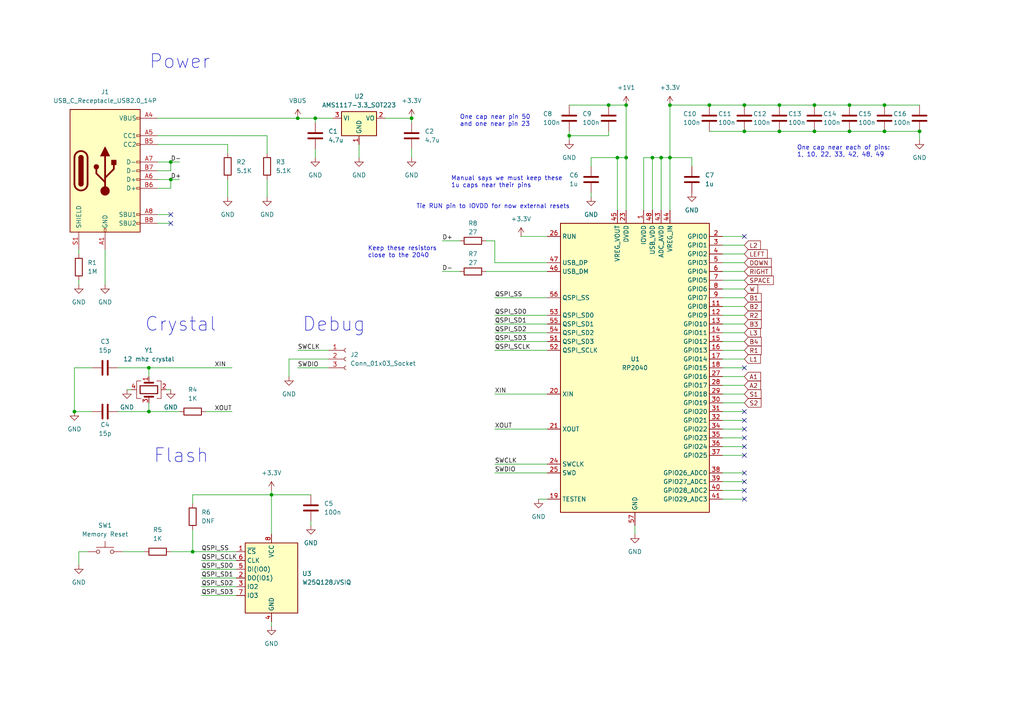
<source format=kicad_sch>
(kicad_sch (version 20231120) (generator "eeschema") (generator_version "8.0")
  (paper "A4")
  (lib_symbols
    (symbol "+3.3V_1" (power) (pin_numbers hide) (pin_names (offset 0) hide)
      (property "Value" "+3.3V" (at 0 3.556 0))
      (symbol "+3.3V_1_0_1"
        (polyline (pts (xy -0.762 1.27) (xy 0 2.54)))
        (polyline (pts (xy 0 0) (xy 0 2.54)))
        (polyline (pts (xy 0 2.54) (xy 0.762 1.27)))
      )
      (symbol "+3.3V_1_1_1"
        (pin power_in line (at 0 0 90) (length 0) (name "~") (number "1"))
      )
    )
    (symbol "Connector:Conn_01x03_Socket" (pin_names (offset 1.016) hide)
      (property "Reference" "J" (at 0 5.08 0))
      (property "Value" "Conn_01x03_Socket" (at 0 -5.08 0))
      (symbol "Conn_01x03_Socket_1_1"
        (arc (start 0 -2.032) (mid -0.5058 -2.54) (end 0 -3.048) (stroke (width 0.1524)))
        (polyline (pts (xy -1.27 -2.54) (xy -0.508 -2.54)) (stroke (width 0.1524)))
        (polyline (pts (xy -1.27 0) (xy -0.508 0)) (stroke (width 0.1524)))
        (polyline (pts (xy -1.27 2.54) (xy -0.508 2.54)) (stroke (width 0.1524)))
        (arc (start 0 0.508) (mid -0.5058 0) (end 0 -0.508) (stroke (width 0.1524)))
        (arc (start 0 3.048) (mid -0.5058 2.54) (end 0 2.032) (stroke (width 0.1524)))
        (pin passive line (at -5.08 2.54 0) (length 3.81) (name "Pin_1") (number "1"))
        (pin passive line (at -5.08 0 0) (length 3.81) (name "Pin_2") (number "2"))
        (pin passive line (at -5.08 -2.54 0) (length 3.81) (name "Pin_3") (number "3"))
      )
    )
    (symbol "Connector:USB_C_Receptacle_USB2.0_16P" (pin_names (offset 1.016))
      (property "Reference" "J" (at 0 22.225 0))
      (property "Value" "USB_C_Receptacle_USB2.0_16P" (at 0 19.685 0))
      (symbol "USB_C_Receptacle_USB2.0_16P_0_0"
        (rectangle (start -0.254 -17.78) (end 0.254 -16.764))
        (rectangle (start 10.16 -14.986) (end 9.144 -15.494))
        (rectangle (start 10.16 -12.446) (end 9.144 -12.954))
        (rectangle (start 10.16 -4.826) (end 9.144 -5.334))
        (rectangle (start 10.16 -2.286) (end 9.144 -2.794))
        (rectangle (start 10.16 0.254) (end 9.144 -0.254))
        (rectangle (start 10.16 2.794) (end 9.144 2.286))
        (rectangle (start 10.16 7.874) (end 9.144 7.366))
        (rectangle (start 10.16 10.414) (end 9.144 9.906))
        (rectangle (start 10.16 15.494) (end 9.144 14.986))
      )
      (symbol "USB_C_Receptacle_USB2.0_16P_0_1"
        (rectangle (start -10.16 17.78) (end 10.16 -17.78) (stroke (width 0.254)) (fill (type background)))
        (arc (start -8.89 -3.81) (mid -6.985 -5.7067) (end -5.08 -3.81) (stroke (width 0.508)))
        (arc (start -7.62 -3.81) (mid -6.985 -4.4423) (end -6.35 -3.81) (stroke (width 0.254)))
        (arc (start -7.62 -3.81) (mid -6.985 -4.4423) (end -6.35 -3.81) (stroke (width 0.254)) (fill (type outline)))
        (rectangle (start -7.62 -3.81) (end -6.35 3.81) (stroke (width 0.254)) (fill (type outline)))
        (arc (start -6.35 3.81) (mid -6.985 4.4423) (end -7.62 3.81) (stroke (width 0.254)))
        (arc (start -6.35 3.81) (mid -6.985 4.4423) (end -7.62 3.81) (stroke (width 0.254)) (fill (type outline)))
        (arc (start -5.08 3.81) (mid -6.985 5.7067) (end -8.89 3.81) (stroke (width 0.508)))
        (circle (center -2.54 1.143) (radius 0.635) (stroke (width 0.254)) (fill (type outline)))
        (circle (center 0 -5.842) (radius 1.27) (fill (type outline)))
        (polyline (pts (xy -8.89 -3.81) (xy -8.89 3.81)) (stroke (width 0.508)))
        (polyline (pts (xy -5.08 3.81) (xy -5.08 -3.81)) (stroke (width 0.508)))
        (polyline (pts (xy 0 -5.842) (xy 0 4.318)) (stroke (width 0.508)))
        (polyline (pts (xy 0 -3.302) (xy -2.54 -0.762) (xy -2.54 0.508)) (stroke (width 0.508)))
        (polyline (pts (xy 0 -2.032) (xy 2.54 0.508) (xy 2.54 1.778)) (stroke (width 0.508)))
        (polyline (pts (xy -1.27 4.318) (xy 0 6.858) (xy 1.27 4.318) (xy -1.27 4.318)) (stroke (width 0.254)) (fill (type outline)))
        (rectangle (start 1.905 1.778) (end 3.175 3.048) (stroke (width 0.254)) (fill (type outline)))
      )
      (symbol "USB_C_Receptacle_USB2.0_16P_1_1"
        (pin passive line (at 0 -22.86 90) (length 5.08) (name "GND") (number "A1"))
        (pin passive line (at 0 -22.86 90) (length 5.08) hide (name "GND") (number "A12"))
        (pin passive line (at 15.24 15.24 180) (length 5.08) (name "VBUS") (number "A4"))
        (pin bidirectional line (at 15.24 10.16 180) (length 5.08) (name "CC1") (number "A5"))
        (pin bidirectional line (at 15.24 -2.54 180) (length 5.08) (name "D+") (number "A6"))
        (pin bidirectional line (at 15.24 2.54 180) (length 5.08) (name "D-") (number "A7"))
        (pin bidirectional line (at 15.24 -12.7 180) (length 5.08) (name "SBU1") (number "A8"))
        (pin passive line (at 15.24 15.24 180) (length 5.08) hide (name "VBUS") (number "A9"))
        (pin passive line (at 0 -22.86 90) (length 5.08) hide (name "GND") (number "B1"))
        (pin passive line (at 0 -22.86 90) (length 5.08) hide (name "GND") (number "B12"))
        (pin passive line (at 15.24 15.24 180) (length 5.08) hide (name "VBUS") (number "B4"))
        (pin bidirectional line (at 15.24 7.62 180) (length 5.08) (name "CC2") (number "B5"))
        (pin bidirectional line (at 15.24 -5.08 180) (length 5.08) (name "D+") (number "B6"))
        (pin bidirectional line (at 15.24 0 180) (length 5.08) (name "D-") (number "B7"))
        (pin bidirectional line (at 15.24 -15.24 180) (length 5.08) (name "SBU2") (number "B8"))
        (pin passive line (at 15.24 15.24 180) (length 5.08) hide (name "VBUS") (number "B9"))
        (pin passive line (at -7.62 -22.86 90) (length 5.08) (name "SHIELD") (number "S1"))
      )
    )
    (symbol "Device:C" (pin_numbers hide) (pin_names (offset 0.254))
      (property "Reference" "C" (at 0.635 2.54 0))
      (property "Value" "C" (at 0.635 -2.54 0))
      (symbol "C_0_1"
        (polyline (pts (xy -2.032 -0.762) (xy 2.032 -0.762)) (stroke (width 0.508)))
        (polyline (pts (xy -2.032 0.762) (xy 2.032 0.762)) (stroke (width 0.508)))
      )
      (symbol "C_1_1"
        (pin passive line (at 0 3.81 270) (length 2.794) (name "~") (number "1"))
        (pin passive line (at 0 -3.81 90) (length 2.794) (name "~") (number "2"))
      )
    )
    (symbol "Device:Crystal_GND24" (pin_names (offset 1.016) hide)
      (property "Reference" "Y" (at 3.175 5.08 0))
      (property "Value" "Crystal_GND24" (at 3.175 3.175 0))
      (symbol "Crystal_GND24_0_1"
        (rectangle (start -1.143 2.54) (end 1.143 -2.54) (stroke (width 0.3048)))
        (polyline (pts (xy -2.54 0) (xy -2.032 0)))
        (polyline (pts (xy -2.032 -1.27) (xy -2.032 1.27)) (stroke (width 0.508)))
        (polyline (pts (xy 0 -3.81) (xy 0 -3.556)))
        (polyline (pts (xy 0 3.556) (xy 0 3.81)))
        (polyline (pts (xy 2.032 -1.27) (xy 2.032 1.27)) (stroke (width 0.508)))
        (polyline (pts (xy 2.032 0) (xy 2.54 0)))
        (polyline (pts (xy -2.54 -2.286) (xy -2.54 -3.556) (xy 2.54 -3.556) (xy 2.54 -2.286)))
        (polyline (pts (xy -2.54 2.286) (xy -2.54 3.556) (xy 2.54 3.556) (xy 2.54 2.286)))
      )
      (symbol "Crystal_GND24_1_1"
        (pin passive line (at -3.81 0 0) (length 1.27) (name "1") (number "1"))
        (pin passive line (at 0 5.08 270) (length 1.27) (name "2") (number "2"))
        (pin passive line (at 3.81 0 180) (length 1.27) (name "3") (number "3"))
        (pin passive line (at 0 -5.08 90) (length 1.27) (name "4") (number "4"))
      )
    )
    (symbol "Device:R" (pin_numbers hide) (pin_names (offset 0))
      (property "Reference" "R" (at 2.032 0 90))
      (property "Value" "R" (at 0 0 90))
      (symbol "R_0_1"
        (rectangle (start -1.016 -2.54) (end 1.016 2.54) (stroke (width 0.254)))
      )
      (symbol "R_1_1"
        (pin passive line (at 0 3.81 270) (length 1.27) (name "~") (number "1"))
        (pin passive line (at 0 -3.81 90) (length 1.27) (name "~") (number "2"))
      )
    )
    (symbol "MCU_RaspberryPi:RP2040"
      (property "Reference" "U" (at 17.78 45.72 0))
      (property "Value" "RP2040" (at 17.78 43.18 0))
      (symbol "RP2040_0_1"
        (rectangle (start -21.59 41.91) (end 21.59 -41.91) (stroke (width 0.254)) (fill (type background)))
      )
      (symbol "RP2040_1_1"
        (pin power_in line (at 2.54 45.72 270) (length 3.81) (name "IOVDD") (number "1"))
        (pin passive line (at 2.54 45.72 270) (length 3.81) hide (name "IOVDD") (number "10"))
        (pin bidirectional line (at 25.4 17.78 180) (length 3.81) (name "GPIO8") (number "11"))
        (pin bidirectional line (at 25.4 15.24 180) (length 3.81) (name "GPIO9") (number "12"))
        (pin bidirectional line (at 25.4 12.7 180) (length 3.81) (name "GPIO10") (number "13"))
        (pin bidirectional line (at 25.4 10.16 180) (length 3.81) (name "GPIO11") (number "14"))
        (pin bidirectional line (at 25.4 7.62 180) (length 3.81) (name "GPIO12") (number "15"))
        (pin bidirectional line (at 25.4 5.08 180) (length 3.81) (name "GPIO13") (number "16"))
        (pin bidirectional line (at 25.4 2.54 180) (length 3.81) (name "GPIO14") (number "17"))
        (pin bidirectional line (at 25.4 0 180) (length 3.81) (name "GPIO15") (number "18"))
        (pin input line (at -25.4 -38.1 0) (length 3.81) (name "TESTEN") (number "19"))
        (pin bidirectional line (at 25.4 38.1 180) (length 3.81) (name "GPIO0") (number "2"))
        (pin input line (at -25.4 -7.62 0) (length 3.81) (name "XIN") (number "20"))
        (pin passive line (at -25.4 -17.78 0) (length 3.81) (name "XOUT") (number "21"))
        (pin passive line (at 2.54 45.72 270) (length 3.81) hide (name "IOVDD") (number "22"))
        (pin power_in line (at -2.54 45.72 270) (length 3.81) (name "DVDD") (number "23"))
        (pin input line (at -25.4 -27.94 0) (length 3.81) (name "SWCLK") (number "24"))
        (pin bidirectional line (at -25.4 -30.48 0) (length 3.81) (name "SWD") (number "25"))
        (pin input line (at -25.4 38.1 0) (length 3.81) (name "RUN") (number "26"))
        (pin bidirectional line (at 25.4 -2.54 180) (length 3.81) (name "GPIO16") (number "27"))
        (pin bidirectional line (at 25.4 -5.08 180) (length 3.81) (name "GPIO17") (number "28"))
        (pin bidirectional line (at 25.4 -7.62 180) (length 3.81) (name "GPIO18") (number "29"))
        (pin bidirectional line (at 25.4 35.56 180) (length 3.81) (name "GPIO1") (number "3"))
        (pin bidirectional line (at 25.4 -10.16 180) (length 3.81) (name "GPIO19") (number "30"))
        (pin bidirectional line (at 25.4 -12.7 180) (length 3.81) (name "GPIO20") (number "31"))
        (pin bidirectional line (at 25.4 -15.24 180) (length 3.81) (name "GPIO21") (number "32"))
        (pin passive line (at 2.54 45.72 270) (length 3.81) hide (name "IOVDD") (number "33"))
        (pin bidirectional line (at 25.4 -17.78 180) (length 3.81) (name "GPIO22") (number "34"))
        (pin bidirectional line (at 25.4 -20.32 180) (length 3.81) (name "GPIO23") (number "35"))
        (pin bidirectional line (at 25.4 -22.86 180) (length 3.81) (name "GPIO24") (number "36"))
        (pin bidirectional line (at 25.4 -25.4 180) (length 3.81) (name "GPIO25") (number "37"))
        (pin bidirectional line (at 25.4 -30.48 180) (length 3.81) (name "GPIO26_ADC0") (number "38"))
        (pin bidirectional line (at 25.4 -33.02 180) (length 3.81) (name "GPIO27_ADC1") (number "39"))
        (pin bidirectional line (at 25.4 33.02 180) (length 3.81) (name "GPIO2") (number "4"))
        (pin bidirectional line (at 25.4 -35.56 180) (length 3.81) (name "GPIO28_ADC2") (number "40"))
        (pin bidirectional line (at 25.4 -38.1 180) (length 3.81) (name "GPIO29_ADC3") (number "41"))
        (pin passive line (at 2.54 45.72 270) (length 3.81) hide (name "IOVDD") (number "42"))
        (pin power_in line (at 7.62 45.72 270) (length 3.81) (name "ADC_AVDD") (number "43"))
        (pin power_in line (at 10.16 45.72 270) (length 3.81) (name "VREG_IN") (number "44"))
        (pin power_out line (at -5.08 45.72 270) (length 3.81) (name "VREG_VOUT") (number "45"))
        (pin bidirectional line (at -25.4 27.94 0) (length 3.81) (name "USB_DM") (number "46"))
        (pin bidirectional line (at -25.4 30.48 0) (length 3.81) (name "USB_DP") (number "47"))
        (pin power_in line (at 5.08 45.72 270) (length 3.81) (name "USB_VDD") (number "48"))
        (pin passive line (at 2.54 45.72 270) (length 3.81) hide (name "IOVDD") (number "49"))
        (pin bidirectional line (at 25.4 30.48 180) (length 3.81) (name "GPIO3") (number "5"))
        (pin passive line (at -2.54 45.72 270) (length 3.81) hide (name "DVDD") (number "50"))
        (pin bidirectional line (at -25.4 7.62 0) (length 3.81) (name "QSPI_SD3") (number "51"))
        (pin output line (at -25.4 5.08 0) (length 3.81) (name "QSPI_SCLK") (number "52"))
        (pin bidirectional line (at -25.4 15.24 0) (length 3.81) (name "QSPI_SD0") (number "53"))
        (pin bidirectional line (at -25.4 10.16 0) (length 3.81) (name "QSPI_SD2") (number "54"))
        (pin bidirectional line (at -25.4 12.7 0) (length 3.81) (name "QSPI_SD1") (number "55"))
        (pin bidirectional line (at -25.4 20.32 0) (length 3.81) (name "QSPI_SS") (number "56"))
        (pin power_in line (at 0 -45.72 90) (length 3.81) (name "GND") (number "57"))
        (pin bidirectional line (at 25.4 27.94 180) (length 3.81) (name "GPIO4") (number "6"))
        (pin bidirectional line (at 25.4 25.4 180) (length 3.81) (name "GPIO5") (number "7"))
        (pin bidirectional line (at 25.4 22.86 180) (length 3.81) (name "GPIO6") (number "8"))
        (pin bidirectional line (at 25.4 20.32 180) (length 3.81) (name "GPIO7") (number "9"))
      )
    )
    (symbol "Memory_Flash:W25Q32JVSS"
      (property "Reference" "U" (at -6.35 11.43 0))
      (property "Value" "W25Q32JVSS" (at 7.62 11.43 0))
      (symbol "W25Q32JVSS_0_1"
        (rectangle (start -7.62 10.16) (end 7.62 -10.16) (stroke (width 0.254)) (fill (type background)))
      )
      (symbol "W25Q32JVSS_1_1"
        (pin input line (at -10.16 7.62 0) (length 2.54) (name "~{CS}") (number "1"))
        (pin bidirectional line (at -10.16 0 0) (length 2.54) (name "DO(IO1)") (number "2"))
        (pin bidirectional line (at -10.16 -2.54 0) (length 2.54) (name "IO2") (number "3"))
        (pin power_in line (at 0 -12.7 90) (length 2.54) (name "GND") (number "4"))
        (pin bidirectional line (at -10.16 2.54 0) (length 2.54) (name "DI(IO0)") (number "5"))
        (pin input line (at -10.16 5.08 0) (length 2.54) (name "CLK") (number "6"))
        (pin bidirectional line (at -10.16 -5.08 0) (length 2.54) (name "IO3") (number "7"))
        (pin power_in line (at 0 12.7 270) (length 2.54) (name "VCC") (number "8"))
      )
    )
    (symbol "Regulator_Linear:NCP1117-3.3_SOT223"
      (property "Reference" "U" (at -3.81 3.175 0))
      (property "Value" "NCP1117-3.3_SOT223" (at 0 3.175 0))
      (symbol "NCP1117-3.3_SOT223_0_1"
        (rectangle (start -5.08 -5.08) (end 5.08 1.905) (stroke (width 0.254)) (fill (type background)))
      )
      (symbol "NCP1117-3.3_SOT223_1_1"
        (pin power_in line (at 0 -7.62 90) (length 2.54) (name "GND") (number "1"))
        (pin power_out line (at 7.62 0 180) (length 2.54) (name "VO") (number "2"))
        (pin power_in line (at -7.62 0 0) (length 2.54) (name "VI") (number "3"))
      )
    )
    (symbol "Switch:SW_Push" (pin_numbers hide) (pin_names (offset 1.016) hide)
      (property "Reference" "SW" (at 1.27 2.54 0))
      (property "Value" "SW_Push" (at 0 -1.524 0))
      (symbol "SW_Push_0_1"
        (circle (center -2.032 0) (radius 0.508))
        (polyline (pts (xy 0 1.27) (xy 0 3.048)))
        (polyline (pts (xy 2.54 1.27) (xy -2.54 1.27)))
        (circle (center 2.032 0) (radius 0.508))
        (pin passive line (at -5.08 0 0) (length 2.54) (name "1") (number "1"))
        (pin passive line (at 5.08 0 180) (length 2.54) (name "2") (number "2"))
      )
    )
    (symbol "power:+1V1" (power) (pin_names (offset 0))
      (property "Value" "+1V1" (at 0 3.556 0))
      (symbol "+1V1_0_1"
        (polyline (pts (xy -0.762 1.27) (xy 0 2.54)))
        (polyline (pts (xy 0 0) (xy 0 2.54)))
        (polyline (pts (xy 0 2.54) (xy 0.762 1.27)))
      )
      (symbol "+1V1_1_1"
        (pin power_in line (at 0 0 90) (length 0) hide (name "+1V1") (number "1"))
      )
    )
    (symbol "power:+3.3V" (power) (pin_names (offset 0))
      (property "Value" "+3.3V" (at 0 3.556 0))
      (symbol "+3.3V_0_1"
        (polyline (pts (xy -0.762 1.27) (xy 0 2.54)))
        (polyline (pts (xy 0 0) (xy 0 2.54)))
        (polyline (pts (xy 0 2.54) (xy 0.762 1.27)))
      )
      (symbol "+3.3V_1_1"
        (pin power_in line (at 0 0 90) (length 0) hide (name "+3.3V") (number "1"))
      )
    )
    (symbol "power:GND" (power) (pin_names (offset 0))
      (property "Value" "GND" (at 0 -3.81 0))
      (symbol "GND_0_1"
        (polyline (pts (xy 0 0) (xy 0 -1.27) (xy 1.27 -1.27) (xy 0 -2.54) (xy -1.27 -1.27) (xy 0 -1.27)))
      )
      (symbol "GND_1_1"
        (pin power_in line (at 0 0 270) (length 0) hide (name "GND") (number "1"))
      )
    )
    (symbol "power:VBUS" (power) (pin_names (offset 0))
      (property "Value" "VBUS" (at 0 3.81 0))
      (symbol "VBUS_0_1"
        (polyline (pts (xy -0.762 1.27) (xy 0 2.54)))
        (polyline (pts (xy 0 0) (xy 0 2.54)))
        (polyline (pts (xy 0 2.54) (xy 0.762 1.27)))
      )
      (symbol "VBUS_1_1"
        (pin power_in line (at 0 0 90) (length 0) hide (name "VBUS") (number "1"))
      )
    )
  )
  (junction (at 181.61 30.48))
  (junction (at 236.22 38.1))
  (junction (at 194.31 45.72))
  (junction (at 266.7 38.1))
  (junction (at 49.53 46.99))
  (junction (at 246.38 30.48))
  (junction (at 181.61 45.72))
  (junction (at 226.06 30.48))
  (junction (at 21.59 119.38))
  (junction (at 91.44 34.29))
  (junction (at 191.77 45.72))
  (junction (at 179.07 45.72))
  (junction (at 256.54 38.1))
  (junction (at 226.06 38.1))
  (junction (at 205.74 30.48))
  (junction (at 246.38 38.1))
  (junction (at 194.31 30.48))
  (junction (at 236.22 30.48))
  (junction (at 43.18 119.38))
  (junction (at 86.36 34.29))
  (junction (at 189.23 45.72))
  (junction (at 119.38 34.29))
  (junction (at 49.53 52.07))
  (junction (at 55.88 160.02))
  (junction (at 176.53 30.48))
  (junction (at 215.9 30.48))
  (junction (at 78.74 143.51))
  (junction (at 215.9 38.1))
  (junction (at 43.18 106.68))
  (junction (at 256.54 30.48))
  (junction (at 165.1 39.37))
  (no_connect (at 215.9 144.78))
  (no_connect (at 49.53 64.77))
  (no_connect (at 215.9 139.7))
  (no_connect (at 215.9 129.54))
  (no_connect (at 215.9 124.46))
  (no_connect (at 215.9 106.68))
  (no_connect (at 215.9 142.24))
  (no_connect (at 215.9 121.92))
  (no_connect (at 215.9 127))
  (no_connect (at 215.9 132.08))
  (no_connect (at 215.9 137.16))
  (no_connect (at 215.9 68.58))
  (no_connect (at 215.9 119.38))
  (no_connect (at 49.53 62.23))
  (wire (pts (xy 246.38 30.48) (xy 256.54 30.48)))
  (wire (pts (xy 209.55 139.7) (xy 215.9 139.7)))
  (wire (pts (xy 58.42 167.64) (xy 68.58 167.64)))
  (wire (pts (xy 165.1 39.37) (xy 165.1 40.64)))
  (wire (pts (xy 143.51 134.62) (xy 158.75 134.62)))
  (wire (pts (xy 119.38 35.56) (xy 119.38 34.29)))
  (wire (pts (xy 78.74 180.34) (xy 78.74 181.61)))
  (wire (pts (xy 143.51 86.36) (xy 158.75 86.36)))
  (wire (pts (xy 34.29 106.68) (xy 43.18 106.68)))
  (wire (pts (xy 49.53 49.53) (xy 49.53 46.99)))
  (wire (pts (xy 176.53 38.1) (xy 176.53 39.37)))
  (wire (pts (xy 86.36 34.29) (xy 91.44 34.29)))
  (wire (pts (xy 104.14 41.91) (xy 104.14 45.72)))
  (wire (pts (xy 91.44 43.18) (xy 91.44 45.72)))
  (wire (pts (xy 143.51 114.3) (xy 158.75 114.3)))
  (wire (pts (xy 209.55 101.6) (xy 215.9 101.6)))
  (wire (pts (xy 140.97 78.74) (xy 158.75 78.74)))
  (wire (pts (xy 189.23 45.72) (xy 191.77 45.72)))
  (wire (pts (xy 45.72 54.61) (xy 49.53 54.61)))
  (wire (pts (xy 143.51 99.06) (xy 158.75 99.06)))
  (wire (pts (xy 158.75 76.2) (xy 143.51 76.2)))
  (wire (pts (xy 45.72 49.53) (xy 49.53 49.53)))
  (wire (pts (xy 128.27 69.85) (xy 133.35 69.85)))
  (wire (pts (xy 45.72 64.77) (xy 49.53 64.77)))
  (wire (pts (xy 77.47 52.07) (xy 77.47 57.15)))
  (wire (pts (xy 156.21 144.78) (xy 158.75 144.78)))
  (wire (pts (xy 34.29 119.38) (xy 43.18 119.38)))
  (wire (pts (xy 209.55 119.38) (xy 215.9 119.38)))
  (wire (pts (xy 209.55 144.78) (xy 215.9 144.78)))
  (wire (pts (xy 256.54 38.1) (xy 266.7 38.1)))
  (wire (pts (xy 194.31 45.72) (xy 194.31 60.96)))
  (wire (pts (xy 209.55 104.14) (xy 215.9 104.14)))
  (wire (pts (xy 209.55 71.12) (xy 215.9 71.12)))
  (wire (pts (xy 43.18 119.38) (xy 52.07 119.38)))
  (wire (pts (xy 66.04 52.07) (xy 66.04 57.15)))
  (wire (pts (xy 45.72 52.07) (xy 49.53 52.07)))
  (wire (pts (xy 91.44 34.29) (xy 91.44 35.56)))
  (wire (pts (xy 209.55 111.76) (xy 215.9 111.76)))
  (wire (pts (xy 209.55 121.92) (xy 215.9 121.92)))
  (wire (pts (xy 186.69 45.72) (xy 189.23 45.72)))
  (wire (pts (xy 209.55 106.68) (xy 215.9 106.68)))
  (wire (pts (xy 95.25 104.14) (xy 83.82 104.14)))
  (wire (pts (xy 119.38 43.18) (xy 119.38 45.72)))
  (wire (pts (xy 66.04 41.91) (xy 66.04 44.45)))
  (wire (pts (xy 194.31 30.48) (xy 194.31 45.72)))
  (wire (pts (xy 209.55 73.66) (xy 215.9 73.66)))
  (wire (pts (xy 45.72 39.37) (xy 77.47 39.37)))
  (wire (pts (xy 181.61 30.48) (xy 181.61 45.72)))
  (wire (pts (xy 181.61 45.72) (xy 181.61 60.96)))
  (wire (pts (xy 35.56 160.02) (xy 41.91 160.02)))
  (wire (pts (xy 209.55 68.58) (xy 215.9 68.58)))
  (wire (pts (xy 209.55 109.22) (xy 215.9 109.22)))
  (wire (pts (xy 143.51 93.98) (xy 158.75 93.98)))
  (wire (pts (xy 194.31 45.72) (xy 200.66 45.72)))
  (wire (pts (xy 143.51 137.16) (xy 158.75 137.16)))
  (wire (pts (xy 209.55 86.36) (xy 215.9 86.36)))
  (wire (pts (xy 209.55 78.74) (xy 215.9 78.74)))
  (wire (pts (xy 143.51 69.85) (xy 143.51 76.2)))
  (wire (pts (xy 143.51 101.6) (xy 158.75 101.6)))
  (wire (pts (xy 165.1 39.37) (xy 176.53 39.37)))
  (wire (pts (xy 179.07 45.72) (xy 179.07 60.96)))
  (wire (pts (xy 226.06 38.1) (xy 236.22 38.1)))
  (wire (pts (xy 209.55 81.28) (xy 215.9 81.28)))
  (wire (pts (xy 209.55 83.82) (xy 215.9 83.82)))
  (wire (pts (xy 78.74 142.24) (xy 78.74 143.51)))
  (wire (pts (xy 151.13 68.58) (xy 158.75 68.58)))
  (wire (pts (xy 256.54 30.48) (xy 266.7 30.48)))
  (wire (pts (xy 189.23 45.72) (xy 189.23 60.96)))
  (wire (pts (xy 209.55 114.3) (xy 215.9 114.3)))
  (wire (pts (xy 45.72 46.99) (xy 49.53 46.99)))
  (wire (pts (xy 21.59 106.68) (xy 26.67 106.68)))
  (wire (pts (xy 83.82 104.14) (xy 83.82 109.22)))
  (wire (pts (xy 49.53 54.61) (xy 49.53 52.07)))
  (wire (pts (xy 43.18 119.38) (xy 43.18 116.84)))
  (wire (pts (xy 215.9 38.1) (xy 226.06 38.1)))
  (wire (pts (xy 158.75 124.46) (xy 143.51 124.46)))
  (wire (pts (xy 165.1 30.48) (xy 176.53 30.48)))
  (wire (pts (xy 215.9 30.48) (xy 226.06 30.48)))
  (wire (pts (xy 22.86 160.02) (xy 25.4 160.02)))
  (wire (pts (xy 49.53 46.99) (xy 52.07 46.99)))
  (wire (pts (xy 184.15 152.4) (xy 184.15 154.94)))
  (wire (pts (xy 22.86 81.28) (xy 22.86 82.55)))
  (wire (pts (xy 209.55 99.06) (xy 215.9 99.06)))
  (wire (pts (xy 128.27 78.74) (xy 133.35 78.74)))
  (wire (pts (xy 21.59 119.38) (xy 26.67 119.38)))
  (wire (pts (xy 179.07 45.72) (xy 171.45 45.72)))
  (wire (pts (xy 91.44 34.29) (xy 96.52 34.29)))
  (wire (pts (xy 48.26 113.03) (xy 49.53 113.03)))
  (wire (pts (xy 266.7 38.1) (xy 266.7 40.64)))
  (wire (pts (xy 78.74 143.51) (xy 78.74 154.94)))
  (wire (pts (xy 209.55 116.84) (xy 215.9 116.84)))
  (wire (pts (xy 45.72 62.23) (xy 49.53 62.23)))
  (wire (pts (xy 30.48 72.39) (xy 30.48 82.55)))
  (wire (pts (xy 58.42 165.1) (xy 68.58 165.1)))
  (wire (pts (xy 181.61 45.72) (xy 179.07 45.72)))
  (wire (pts (xy 209.55 88.9) (xy 215.9 88.9)))
  (wire (pts (xy 36.83 113.03) (xy 38.1 113.03)))
  (wire (pts (xy 49.53 52.07) (xy 52.07 52.07)))
  (wire (pts (xy 209.55 76.2) (xy 215.9 76.2)))
  (wire (pts (xy 209.55 142.24) (xy 215.9 142.24)))
  (wire (pts (xy 49.53 160.02) (xy 55.88 160.02)))
  (wire (pts (xy 45.72 34.29) (xy 86.36 34.29)))
  (wire (pts (xy 143.51 91.44) (xy 158.75 91.44)))
  (wire (pts (xy 143.51 96.52) (xy 158.75 96.52)))
  (wire (pts (xy 140.97 69.85) (xy 143.51 69.85)))
  (wire (pts (xy 55.88 143.51) (xy 78.74 143.51)))
  (wire (pts (xy 191.77 45.72) (xy 194.31 45.72)))
  (wire (pts (xy 209.55 93.98) (xy 215.9 93.98)))
  (wire (pts (xy 209.55 124.46) (xy 215.9 124.46)))
  (wire (pts (xy 90.17 151.13) (xy 90.17 152.4)))
  (wire (pts (xy 22.86 160.02) (xy 22.86 163.83)))
  (wire (pts (xy 209.55 132.08) (xy 215.9 132.08)))
  (wire (pts (xy 58.42 172.72) (xy 68.58 172.72)))
  (wire (pts (xy 236.22 38.1) (xy 246.38 38.1)))
  (wire (pts (xy 43.18 106.68) (xy 43.18 109.22)))
  (wire (pts (xy 43.18 106.68) (xy 67.31 106.68)))
  (wire (pts (xy 236.22 30.48) (xy 246.38 30.48)))
  (wire (pts (xy 165.1 38.1) (xy 165.1 39.37)))
  (wire (pts (xy 226.06 30.48) (xy 236.22 30.48)))
  (wire (pts (xy 186.69 60.96) (xy 186.69 45.72)))
  (wire (pts (xy 21.59 119.38) (xy 21.59 106.68)))
  (wire (pts (xy 45.72 41.91) (xy 66.04 41.91)))
  (wire (pts (xy 55.88 146.05) (xy 55.88 143.51)))
  (wire (pts (xy 58.42 162.56) (xy 68.58 162.56)))
  (wire (pts (xy 58.42 170.18) (xy 68.58 170.18)))
  (wire (pts (xy 22.86 72.39) (xy 22.86 73.66)))
  (wire (pts (xy 209.55 127) (xy 215.9 127)))
  (wire (pts (xy 86.36 101.6) (xy 95.25 101.6)))
  (wire (pts (xy 200.66 48.26) (xy 200.66 45.72)))
  (wire (pts (xy 55.88 160.02) (xy 68.58 160.02)))
  (wire (pts (xy 209.55 137.16) (xy 215.9 137.16)))
  (wire (pts (xy 55.88 153.67) (xy 55.88 160.02)))
  (wire (pts (xy 171.45 55.88) (xy 171.45 57.15)))
  (wire (pts (xy 86.36 106.68) (xy 95.25 106.68)))
  (wire (pts (xy 246.38 38.1) (xy 256.54 38.1)))
  (wire (pts (xy 176.53 30.48) (xy 181.61 30.48)))
  (wire (pts (xy 78.74 143.51) (xy 90.17 143.51)))
  (wire (pts (xy 205.74 30.48) (xy 215.9 30.48)))
  (wire (pts (xy 191.77 45.72) (xy 191.77 60.96)))
  (wire (pts (xy 209.55 91.44) (xy 215.9 91.44)))
  (wire (pts (xy 59.69 119.38) (xy 67.31 119.38)))
  (wire (pts (xy 194.31 30.48) (xy 205.74 30.48)))
  (wire (pts (xy 171.45 45.72) (xy 171.45 48.26)))
  (wire (pts (xy 209.55 96.52) (xy 215.9 96.52)))
  (wire (pts (xy 209.55 129.54) (xy 215.9 129.54)))
  (wire (pts (xy 205.74 38.1) (xy 215.9 38.1)))
  (wire (pts (xy 77.47 39.37) (xy 77.47 44.45)))
  (wire (pts (xy 111.76 34.29) (xy 119.38 34.29)))
  (text "Crystal" (at 41.91 96.52 0) (effects (font (size 4 4)) (justify left bottom)))
  (text "Keep these resistors\nclose to the 2040" (at 106.68 74.93 0) (effects (font (size 1.27 1.27)) (justify left bottom)))
  (text "Flash" (at 44.45 134.62 0) (effects (font (size 4 4)) (justify left bottom)))
  (text "Tie RUN pin to IOVDD for now external resets" (at 143.002 59.944 0) (effects (font (size 1.27 1.27))))
  (text "Debug" (at 87.63 96.52 0) (effects (font (size 4 4)) (justify left bottom)))
  (text "One cap near each of pins:\n1, 10, 22, 33, 42, 48, 49" (at 231.14 45.72 0) (effects (font (size 1.27 1.27)) (justify left bottom)))
  (text "Manual says we must keep these \n1u caps near their pins" (at 130.81 54.61 0) (effects (font (size 1.27 1.27)) (justify left bottom)))
  (text "One cap near pin 50\nand one near pin 23" (at 133.35 36.83 0) (effects (font (size 1.27 1.27)) (justify left bottom)))
  (text "Power" (at 43.18 20.32 0) (effects (font (size 4 4)) (justify left bottom)))
  (label "QSPI_SS" (at 143.51 86.36 0))
  (label "D+" (at 49.53 52.07 0))
  (label "SWCLK" (at 143.51 134.62 0))
  (label "QSPI_SD0" (at 143.51 91.44 0))
  (label "QSPI_SS" (at 58.42 160.02 0))
  (label "D-" (at 49.53 46.99 0))
  (label "QSPI_SD2" (at 58.42 170.18 0))
  (label "QSPI_SD1" (at 58.42 167.64 0))
  (label "XIN" (at 62.23 106.68 0))
  (label "QSPI_SD2" (at 143.51 96.52 0))
  (label "SWDIO" (at 143.51 137.16 0))
  (label "XOUT" (at 62.23 119.38 0))
  (label "SWDIO" (at 86.36 106.68 0))
  (label "QSPI_SD0" (at 58.42 165.1 0))
  (label "D+" (at 128.27 69.85 0))
  (label "QSPI_SCLK" (at 58.42 162.56 0))
  (label "XIN" (at 143.51 114.3 0))
  (label "SWCLK" (at 86.36 101.6 0))
  (label "QSPI_SCLK" (at 143.51 101.6 0))
  (label "QSPI_SD3" (at 58.42 172.72 0))
  (label "D-" (at 128.27 78.74 0))
  (label "QSPI_SD1" (at 143.51 93.98 0))
  (label "XOUT" (at 143.51 124.46 0))
  (label "QSPI_SD3" (at 143.51 99.06 0))
  (global_label "L2" (shape input) (at 215.9 71.12 0) (property "Intersheetrefs" "${INTERSHEET_REFS}" (effects (hide yes))))
  (global_label "B1" (shape input) (at 215.9 86.36 0) (property "Intersheetrefs" "${INTERSHEET_REFS}" (effects (hide yes))))
  (global_label "A2" (shape input) (at 215.9 111.76 0) (property "Intersheetrefs" "${INTERSHEET_REFS}" (effects (hide yes))))
  (global_label "L3" (shape input) (at 215.9 96.52 0) (property "Intersheetrefs" "${INTERSHEET_REFS}" (effects (hide yes))))
  (global_label "S2" (shape input) (at 215.9 116.84 0) (property "Intersheetrefs" "${INTERSHEET_REFS}" (effects (hide yes))))
  (global_label "B4" (shape input) (at 215.9 99.06 0) (property "Intersheetrefs" "${INTERSHEET_REFS}" (effects (hide yes))))
  (global_label "A1" (shape input) (at 215.9 109.22 0) (property "Intersheetrefs" "${INTERSHEET_REFS}" (effects (hide yes))))
  (global_label "R2" (shape input) (at 215.9 91.44 0) (property "Intersheetrefs" "${INTERSHEET_REFS}" (effects (hide yes))))
  (global_label "RIGHT" (shape input) (at 215.9 78.74 0) (property "Intersheetrefs" "${INTERSHEET_REFS}" (effects (hide yes))))
  (global_label "B2" (shape input) (at 215.9 88.9 0) (property "Intersheetrefs" "${INTERSHEET_REFS}" (effects (hide yes))))
  (global_label "SPACE" (shape input) (at 215.9 81.28 0) (property "Intersheetrefs" "${INTERSHEET_REFS}" (effects (hide yes))))
  (global_label "W" (shape input) (at 215.9 83.82 0) (property "Intersheetrefs" "${INTERSHEET_REFS}" (effects (hide yes))))
  (global_label "B3" (shape input) (at 215.9 93.98 0) (property "Intersheetrefs" "${INTERSHEET_REFS}" (effects (hide yes))))
  (global_label "DOWN" (shape input) (at 215.9 76.2 0) (property "Intersheetrefs" "${INTERSHEET_REFS}" (effects (hide yes))))
  (global_label "R1" (shape input) (at 215.9 101.6 0) (property "Intersheetrefs" "${INTERSHEET_REFS}" (effects (hide yes))))
  (global_label "LEFT" (shape input) (at 215.9 73.66 0) (property "Intersheetrefs" "${INTERSHEET_REFS}" (effects (hide yes))))
  (global_label "S1" (shape input) (at 215.9 114.3 0) (property "Intersheetrefs" "${INTERSHEET_REFS}" (effects (hide yes))))
  (global_label "L1" (shape input) (at 215.9 104.14 0) (property "Intersheetrefs" "${INTERSHEET_REFS}" (effects (hide yes))))
  (symbol (lib_id "power:+3.3V") (at 119.38 34.29 0) (unit 1)
    (property "Reference" "#PWR05" (effects (hide yes)))
    (property "Value" "+3.3V" (at 119.38 29.21 0))
  )
  (symbol (lib_id "power:GND") (at 22.86 82.55 0) (unit 1)
    (property "Reference" "#PWR06" (effects (hide yes)))
    (property "Value" "GND" (at 22.86 87.63 0))
  )
  (symbol (lib_id "power:+3.3V") (at 78.74 142.24 0) (unit 1)
    (property "Reference" "#PWR015" (effects (hide yes)))
    (property "Value" "+3.3V" (at 78.74 137.16 0))
  )
  (symbol (lib_id "power:GND") (at 90.17 152.4 0) (unit 1)
    (property "Reference" "#PWR014" (effects (hide yes)))
    (property "Value" "GND" (at 90.17 157.48 0))
  )
  (symbol (lib_id "power:GND") (at 171.45 57.15 0) (unit 1)
    (property "Reference" "#PWR020" (effects (hide yes)))
    (property "Value" "GND" (at 171.45 62.23 0))
  )
  (symbol (lib_id "power:GND") (at 156.21 144.78 0) (unit 1)
    (property "Reference" "#PWR017" (effects (hide yes)))
    (property "Value" "GND" (at 156.21 149.86 0))
  )
  (symbol (lib_id "Device:R") (at 22.86 77.47 0) (unit 1)
    (property "Reference" "R1" (at 25.4 76.2 0) (effects (justify left)))
    (property "Value" "1M" (at 25.4 78.74 0) (effects (justify left)))
    (property "Footprint" "Resistor_SMD:R_0402_1005Metric" (effects (hide yes)))
    (property "LCSC" "C26083" (effects (hide yes)))
  )
  (symbol (lib_id "Device:C") (at 91.44 39.37 0) (unit 1)
    (property "Reference" "C1" (at 95.25 38.1 0) (effects (justify left)))
    (property "Value" "4.7u" (at 95.25 40.64 0) (effects (justify left)))
    (property "Footprint" "Capacitor_SMD:C_0402_1005Metric" (effects (hide yes)))
    (property "LCSC" "C15525" (effects (hide yes)))
  )
  (symbol (lib_id "power:GND") (at 165.1 40.64 0) (unit 1)
    (property "Reference" "#PWR023" (effects (hide yes)))
    (property "Value" "GND" (at 165.1 45.72 0))
  )
  (symbol (lib_id "Device:C") (at 205.74 34.29 0) (unit 1)
    (property "Reference" "C10" (at 198.12 33.02 0) (effects (justify left)))
    (property "Value" "100n" (at 198.12 35.56 0) (effects (justify left)))
    (property "Footprint" "Capacitor_SMD:C_0402_1005Metric" (effects (hide yes)))
    (property "LCSC" "C1525" (effects (hide yes)))
  )
  (symbol (lib_id "Device:R") (at 137.16 69.85 90) (unit 1)
    (property "Reference" "R8" (at 137.16 64.77 90))
    (property "Value" "27" (at 137.16 67.31 90))
    (property "Footprint" "Resistor_SMD:R_0603_1608Metric" (effects (hide yes)))
    (property "LCSC" "C25190" (effects (hide yes)))
  )
  (symbol (lib_id "Device:Crystal_GND24") (at 43.18 113.03 270) (unit 1)
    (property "Reference" "Y1" (at 43.18 101.6 90))
    (property "Value" "12 mhz crystal" (at 43.18 104.14 90))
    (property "Footprint" "Crystal:Crystal_SMD_3225-4Pin_3.2x2.5mm" (effects (hide yes)))
    (property "LCSC" "C9002" (effects (hide yes)))
  )
  (symbol (lib_id "Device:C") (at 246.38 34.29 0) (unit 1)
    (property "Reference" "C14" (at 238.76 33.02 0) (effects (justify left)))
    (property "Value" "100n" (at 238.76 35.56 0) (effects (justify left)))
    (property "Footprint" "Capacitor_SMD:C_0402_1005Metric" (effects (hide yes)))
    (property "LCSC" "C1525" (effects (hide yes)))
  )
  (symbol (lib_id "power:VBUS") (at 86.36 34.29 0) (unit 1)
    (property "Reference" "#PWR04" (effects (hide yes)))
    (property "Value" "VBUS" (at 86.36 29.21 0))
  )
  (symbol (lib_id "Device:C") (at 30.48 106.68 90) (unit 1)
    (property "Reference" "C3" (at 30.48 99.06 90))
    (property "Value" "15p" (at 30.48 101.6 90))
    (property "Footprint" "Capacitor_SMD:C_0402_1005Metric" (effects (hide yes)))
    (property "LCSC" "C1548" (effects (hide yes)))
  )
  (symbol (lib_id "Device:C") (at 200.66 52.07 0) (unit 1)
    (property "Reference" "C7" (at 204.47 50.8 0) (effects (justify left)))
    (property "Value" "1u" (at 204.47 53.34 0) (effects (justify left)))
    (property "Footprint" "Capacitor_SMD:C_0402_1005Metric" (effects (hide yes)))
    (property "LCSC" "C52923" (effects (hide yes)))
  )
  (symbol (lib_id "Device:C") (at 90.17 147.32 0) (unit 1)
    (property "Reference" "C5" (at 93.98 146.05 0) (effects (justify left)))
    (property "Value" "100n" (at 93.98 148.59 0) (effects (justify left)))
    (property "Footprint" "Capacitor_SMD:C_0402_1005Metric" (effects (hide yes)))
    (property "LCSC" "C1525" (effects (hide yes)))
  )
  (symbol (lib_id "power:GND") (at 21.59 119.38 0) (unit 1)
    (property "Reference" "#PWR010" (effects (hide yes)))
    (property "Value" "GND" (at 21.59 124.46 0))
  )
  (symbol (lib_id "Device:R") (at 55.88 119.38 90) (unit 1)
    (property "Reference" "R4" (at 55.88 113.03 90))
    (property "Value" "1K" (at 55.88 115.57 90))
    (property "Footprint" "Resistor_SMD:R_0402_1005Metric" (effects (hide yes)))
    (property "LCSC" "C11702" (effects (hide yes)))
  )
  (symbol (lib_id "Device:C") (at 226.06 34.29 0) (unit 1)
    (property "Reference" "C12" (at 218.44 33.02 0) (effects (justify left)))
    (property "Value" "100n" (at 218.44 35.56 0) (effects (justify left)))
    (property "Footprint" "Capacitor_SMD:C_0402_1005Metric" (effects (hide yes)))
    (property "LCSC" "C1525" (effects (hide yes)))
  )
  (symbol (lib_id "Device:C") (at 119.38 39.37 0) (unit 1)
    (property "Reference" "C2" (at 123.19 38.1 0) (effects (justify left)))
    (property "Value" "4.7u" (at 123.19 40.64 0) (effects (justify left)))
    (property "Footprint" "Capacitor_SMD:C_0402_1005Metric" (effects (hide yes)))
    (property "LCSC" "C15525" (effects (hide yes)))
  )
  (symbol (lib_id "Connector:Conn_01x03_Socket") (at 100.33 104.14 0) (unit 1) (in_bom no)
    (property "Reference" "J2" (at 101.6 102.87 0) (effects (justify left)))
    (property "Value" "Conn_01x03_Socket" (at 101.6 105.41 0) (effects (justify left)))
    (property "Footprint" "Leverless_Controller_Library:Debug_Points" (effects (hide yes)))
  )
  (symbol (lib_id "MCU_RaspberryPi:RP2040") (at 184.15 106.68 0) (unit 1)
    (property "Reference" "U1" (at 182.88 104.14 0) (effects (justify left)))
    (property "Value" "RP2040" (at 180.34 106.68 0) (effects (justify left)))
    (property "Footprint" "Package_DFN_QFN:QFN-56-1EP_7x7mm_P0.4mm_EP3.2x3.2mm" (effects (hide yes)))
    (property "Datasheet" "https://datasheets.raspberrypi.com/rp2040/rp2040-datasheet.pdf" (effects (hide yes)))
    (property "LCSC" "C2040" (effects (hide yes)))
  )
  (symbol (lib_id "Device:C") (at 215.9 34.29 0) (unit 1)
    (property "Reference" "C11" (at 208.28 33.02 0) (effects (justify left)))
    (property "Value" "100n" (at 208.28 35.56 0) (effects (justify left)))
    (property "Footprint" "Capacitor_SMD:C_0402_1005Metric" (effects (hide yes)))
    (property "LCSC" "C1525" (effects (hide yes)))
  )
  (symbol (lib_id "Regulator_Linear:NCP1117-3.3_SOT223") (at 104.14 34.29 0) (unit 1)
    (property "Reference" "U2" (at 104.14 27.94 0))
    (property "Value" "AMS1117-3.3_SOT223" (at 104.14 30.48 0))
    (property "Footprint" "Package_TO_SOT_SMD:SOT-223-3_TabPin2" (effects (hide yes)))
    (property "Datasheet" "http://www.onsemi.com/pub_link/Collateral/NCP1117-D.PDF" (effects (hide yes)))
    (property "LCSC" "C6186" (effects (hide yes)))
  )
  (symbol (lib_id "Device:R") (at 137.16 78.74 90) (unit 1)
    (property "Reference" "R7" (at 137.16 73.66 90))
    (property "Value" "27" (at 137.16 76.2 90))
    (property "Footprint" "Resistor_SMD:R_0603_1608Metric" (effects (hide yes)))
    (property "LCSC" "C25190" (effects (hide yes)))
  )
  (symbol (lib_id "Device:C") (at 236.22 34.29 0) (unit 1)
    (property "Reference" "C13" (at 228.6 33.02 0) (effects (justify left)))
    (property "Value" "100n" (at 228.6 35.56 0) (effects (justify left)))
    (property "Footprint" "Capacitor_SMD:C_0402_1005Metric" (effects (hide yes)))
    (property "LCSC" "C1525" (effects (hide yes)))
  )
  (symbol (lib_id "Connector:USB_C_Receptacle_USB2.0_16P") (at 30.48 49.53 0) (unit 1)
    (property "Reference" "J1" (at 30.48 26.67 0))
    (property "Value" "USB_C_Receptacle_USB2.0_14P" (at 30.48 29.21 0))
    (property "Footprint" "Leverless_Controller_Library:USB_C_Receptacle_C6332272" (effects (hide yes)))
    (property "Datasheet" "https://www.usb.org/sites/default/files/documents/usb_type-c.zip" (effects (hide yes)))
    (property "Description" "USB 2.0-only 16P Type-C Receptacle connector" (effects (hide yes)))
    (property "LCSC" "C6332272" (effects (hide yes)))
  )
  (symbol (lib_id "power:+3.3V") (at 194.31 30.48 0) (unit 1)
    (property "Reference" "#PWR024" (effects (hide yes)))
    (property "Value" "+3.3V" (at 194.31 25.4 0))
  )
  (symbol (lib_id "power:GND") (at 91.44 45.72 0) (unit 1)
    (property "Reference" "#PWR03" (effects (hide yes)))
    (property "Value" "GND" (at 91.44 50.8 0))
  )
  (symbol (lib_id "power:GND") (at 30.48 82.55 0) (unit 1)
    (property "Reference" "#PWR07" (effects (hide yes)))
    (property "Value" "GND" (at 30.48 87.63 0))
  )
  (symbol (lib_id "Device:C") (at 256.54 34.29 0) (unit 1)
    (property "Reference" "C15" (at 248.92 33.02 0) (effects (justify left)))
    (property "Value" "100n" (at 248.92 35.56 0) (effects (justify left)))
    (property "Footprint" "Capacitor_SMD:C_0402_1005Metric" (effects (hide yes)))
    (property "LCSC" "C1525" (effects (hide yes)))
  )
  (symbol (lib_id "Switch:SW_Push") (at 30.48 160.02 0) (unit 1)
    (property "Reference" "SW1" (at 30.48 152.4 0))
    (property "Value" "Memory Reset" (at 30.48 154.94 0))
    (property "Footprint" "Button_Switch_SMD:SW_SPST_TL3342" (effects (hide yes)))
    (property "Description" "Push button switch, generic, two pins" (effects (hide yes)))
    (property "LCSC" "C318884" (effects (hide yes)))
  )
  (symbol (lib_id "power:GND") (at 77.47 57.15 0) (unit 1)
    (property "Reference" "#PWR09" (effects (hide yes)))
    (property "Value" "GND" (at 77.47 62.23 0))
  )
  (symbol (lib_id "power:GND") (at 266.7 40.64 0) (unit 1)
    (property "Reference" "#PWR025" (effects (hide yes)))
    (property "Value" "GND" (at 266.7 45.72 0))
  )
  (symbol (lib_id "Device:C") (at 176.53 34.29 0) (unit 1)
    (property "Reference" "C9" (at 168.91 33.02 0) (effects (justify left)))
    (property "Value" "100n" (at 168.91 35.56 0) (effects (justify left)))
    (property "Footprint" "Capacitor_SMD:C_0402_1005Metric" (effects (hide yes)))
    (property "LCSC" "C1525" (effects (hide yes)))
  )
  (symbol (lib_id "power:GND") (at 184.15 154.94 0) (unit 1)
    (property "Reference" "#PWR016" (effects (hide yes)))
    (property "Value" "GND" (at 184.15 160.02 0))
  )
  (symbol (lib_id "Device:C") (at 165.1 34.29 0) (unit 1)
    (property "Reference" "C8" (at 157.48 33.02 0) (effects (justify left)))
    (property "Value" "100n" (at 157.48 35.56 0) (effects (justify left)))
    (property "Footprint" "Capacitor_SMD:C_0402_1005Metric" (effects (hide yes)))
    (property "LCSC" "C1525" (effects (hide yes)))
  )
  (symbol (lib_id "power:GND") (at 83.82 109.22 0) (unit 1)
    (property "Reference" "#PWR019" (effects (hide yes)))
    (property "Value" "GND" (at 83.82 114.3 0))
  )
  (symbol (lib_id "power:GND") (at 66.04 57.15 0) (unit 1)
    (property "Reference" "#PWR08" (effects (hide yes)))
    (property "Value" "GND" (at 66.04 62.23 0))
  )
  (symbol (lib_id "power:GND") (at 22.86 163.83 0) (unit 1)
    (property "Reference" "#PWR018" (effects (hide yes)))
    (property "Value" "GND" (at 22.86 168.91 0))
  )
  (symbol (lib_id "Device:C") (at 266.7 34.29 0) (unit 1)
    (property "Reference" "C16" (at 259.08 33.02 0) (effects (justify left)))
    (property "Value" "100n" (at 259.08 35.56 0) (effects (justify left)))
    (property "Footprint" "Capacitor_SMD:C_0402_1005Metric" (effects (hide yes)))
    (property "LCSC" "C1525" (effects (hide yes)))
  )
  (symbol (lib_name "+3.3V_1") (lib_id "power:+3.3V") (at 151.13 68.58 0) (unit 1)
    (property "Reference" "#PWR037" (effects (hide yes)))
    (property "Value" "+3.3V" (at 151.13 63.5 0))
    (property "Description" "Power symbol creates a global label with name \"+3.3V\"" (effects (hide yes)))
  )
  (symbol (lib_id "Device:C") (at 30.48 119.38 90) (unit 1)
    (property "Reference" "C4" (at 30.48 123.19 90))
    (property "Value" "15p" (at 30.48 125.73 90))
    (property "Footprint" "Capacitor_SMD:C_0402_1005Metric" (effects (hide yes)))
    (property "LCSC" "C1548" (effects (hide yes)))
  )
  (symbol (lib_id "power:GND") (at 49.53 113.03 0) (unit 1)
    (property "Reference" "#PWR012" (effects (hide yes)))
    (property "Value" "GND" (at 49.53 118.11 0))
  )
  (symbol (lib_id "power:GND") (at 119.38 45.72 0) (unit 1)
    (property "Reference" "#PWR02" (effects (hide yes)))
    (property "Value" "GND" (at 119.38 50.8 0))
  )
  (symbol (lib_id "Device:R") (at 66.04 48.26 0) (unit 1)
    (property "Reference" "R2" (at 68.58 46.99 0) (effects (justify left)))
    (property "Value" "5.1K" (at 68.58 49.53 0) (effects (justify left)))
    (property "Footprint" "Resistor_SMD:R_0402_1005Metric" (effects (hide yes)))
    (property "LCSC" "C25905" (effects (hide yes)))
  )
  (symbol (lib_id "power:GND") (at 78.74 181.61 0) (unit 1)
    (property "Reference" "#PWR013" (effects (hide yes)))
    (property "Value" "GND" (at 78.74 186.69 0))
  )
  (symbol (lib_id "power:GND") (at 36.83 113.03 0) (unit 1)
    (property "Reference" "#PWR011" (effects (hide yes)))
    (property "Value" "GND" (at 36.83 118.11 0))
  )
  (symbol (lib_id "power:GND") (at 200.66 55.88 0) (unit 1)
    (property "Reference" "#PWR021" (effects (hide yes)))
    (property "Value" "GND" (at 200.66 60.96 0))
  )
  (symbol (lib_id "power:GND") (at 104.14 45.72 0) (unit 1)
    (property "Reference" "#PWR01" (effects (hide yes)))
    (property "Value" "GND" (at 104.14 50.8 0))
  )
  (symbol (lib_id "Device:R") (at 77.47 48.26 0) (unit 1)
    (property "Reference" "R3" (at 80.01 46.99 0) (effects (justify left)))
    (property "Value" "5.1K" (at 80.01 49.53 0) (effects (justify left)))
    (property "Footprint" "Resistor_SMD:R_0402_1005Metric" (effects (hide yes)))
    (property "LCSC" "C25905" (effects (hide yes)))
  )
  (symbol (lib_id "power:+1V1") (at 181.61 30.48 0) (unit 1)
    (property "Reference" "#PWR022" (effects (hide yes)))
    (property "Value" "+1V1" (at 181.61 25.4 0))
  )
  (symbol (lib_id "Device:R") (at 55.88 149.86 0) (unit 1) (in_bom no)
    (property "Reference" "R6" (at 58.42 148.59 0) (effects (justify left)))
    (property "Value" "DNF" (at 58.42 151.13 0) (effects (justify left)))
    (property "Footprint" "Resistor_SMD:R_0402_1005Metric_Pad0.72x0.64mm_HandSolder" (effects (hide yes)))
  )
  (symbol (lib_id "Memory_Flash:W25Q32JVSS") (at 78.74 167.64 0) (unit 1)
    (property "Reference" "U3" (at 87.63 166.37 0) (effects (justify left)))
    (property "Value" "W25Q128JVSIQ" (at 87.63 168.91 0) (effects (justify left)))
    (property "Footprint" "Package_SO:SOIC-8_5.23x5.23mm_P1.27mm" (effects (hide yes)))
    (property "Datasheet" "http://www.winbond.com/resource-files/w25q32jv%20revg%2003272018%20plus.pdf" (effects (hide yes)))
    (property "LCSC" "C97521" (effects (hide yes)))
  )
  (symbol (lib_id "Device:C") (at 171.45 52.07 0) (unit 1)
    (property "Reference" "C6" (at 165.1 50.8 0) (effects (justify left)))
    (property "Value" "1u" (at 165.1 53.34 0) (effects (justify left)))
    (property "Footprint" "Capacitor_SMD:C_0402_1005Metric" (effects (hide yes)))
    (property "LCSC" "C52923" (effects (hide yes)))
  )
  (symbol (lib_id "Device:R") (at 45.72 160.02 90) (unit 1)
    (property "Reference" "R5" (at 45.72 153.67 90))
    (property "Value" "1K" (at 45.72 156.21 90))
    (property "Footprint" "Resistor_SMD:R_0402_1005Metric" (effects (hide yes)))
    (property "LCSC" "C11702" (effects (hide yes)))
  )
)
</source>
